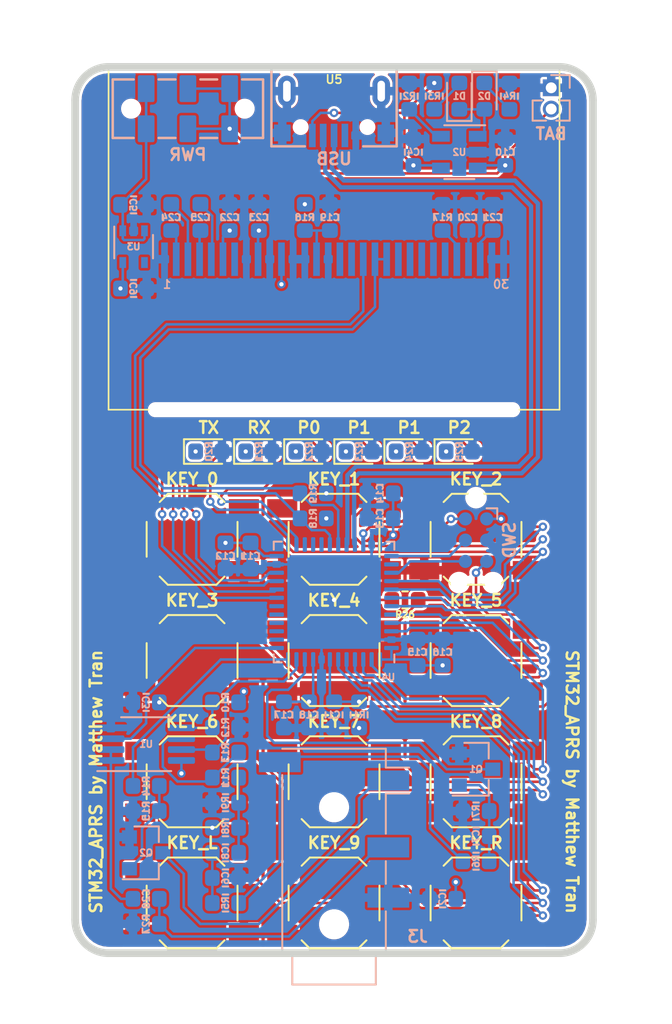
<source format=kicad_pcb>
(kicad_pcb (version 20211014) (generator pcbnew)
  (layers (0 "F.Cu" signal) (31 "B.Cu" signal) (34 "B.Paste" user) (35 "F.Paste" user) (36 "B.SilkS" user "B.Silkscreen") (37 "F.SilkS" user "F.Silkscreen") (38 "B.Mask" user) (39 "F.Mask" user) (44 "Edge.Cuts" user))
  (net 0 "")
  (net 1 "GND")
  (net 2 "/NRST")
  (net 3 "+3V3")
  (net 4 "+5V")
  (net 5 "Net-(C5-Pad2)")
  (net 6 "Net-(C6-Pad1)")
  (net 7 "Net-(C7-Pad1)")
  (net 8 "Net-(C8-Pad1)")
  (net 9 "+3V8")
  (net 10 "Net-(C19-Pad1)")
  (net 11 "Net-(C20-Pad1)")
  (net 12 "Net-(C21-Pad1)")
  (net 13 "Net-(C24-Pad2)")
  (net 14 "Net-(C24-Pad1)")
  (net 15 "Net-(C25-Pad2)")
  (net 16 "Net-(C25-Pad1)")
  (net 17 "Net-(D1-Pad1)")
  (net 18 "Net-(D2-Pad1)")
  (net 19 "/TX_LED")
  (net 20 "Net-(D3-Pad1)")
  (net 21 "/RX_LED")
  (net 22 "Net-(D4-Pad1)")
  (net 23 "/LED_0")
  (net 24 "Net-(D5-Pad1)")
  (net 25 "/LED_1")
  (net 26 "Net-(D6-Pad1)")
  (net 27 "/LED_2")
  (net 28 "Net-(D7-Pad1)")
  (net 29 "/LED_3")
  (net 30 "Net-(D8-Pad1)")
  (net 31 "Net-(J1-Pad4)")
  (net 32 "/AUDIO_OUT")
  (net 33 "/PTT")
  (net 34 "/AUDIO_IN")
  (net 35 "/SWO")
  (net 36 "/SWCLK")
  (net 37 "/SWDIO")
  (net 38 "/RX_DET")
  (net 39 "Net-(Q2-Pad1)")
  (net 40 "Net-(R2-Pad1)")
  (net 41 "Net-(R10-Pad1)")
  (net 42 "Net-(R11-Pad1)")
  (net 43 "/ADC_IN")
  (net 44 "/TX_PTT")
  (net 45 "Net-(R17-Pad1)")
  (net 46 "/SCL")
  (net 47 "/SDA")
  (net 48 "/KEY_0")
  (net 49 "/KEY_3")
  (net 50 "/KEY_6")
  (net 51 "/KEY_L")
  (net 52 "/KEY_1")
  (net 53 "/BOOT0_KEY_4")
  (net 54 "/KEY_7")
  (net 55 "/KEY_9")
  (net 56 "/KEY_2")
  (net 57 "/KEY_5")
  (net 58 "/KEY_8")
  (net 59 "/KEY_R")
  (net 60 "/DAC_OUT")
  (net 61 "Net-(U3-Pad4)")
  (net 62 "Net-(U4-Pad38)")
  (net 63 "Net-(U4-Pad29)")
  (net 64 "Net-(U4-Pad28)")
  (net 65 "Net-(U4-Pad27)")
  (net 66 "Net-(U4-Pad18)")
  (net 67 "Net-(U4-Pad17)")
  (net 68 "Net-(U4-Pad16)")
  (net 69 "Net-(U4-Pad15)")
  (net 70 "Net-(U4-Pad14)")
  (net 71 "Net-(U5-Pad16)")
  (net 72 "Net-(U5-Pad7)")
  (net 73 "Net-(U5-Pad17)")
  (net 74 "Net-(U5-Pad21)")
  (net 75 "Net-(U5-Pad22)")
  (net 76 "Net-(U5-Pad23)")
  (net 77 "Net-(U5-Pad24)")
  (net 78 "Net-(U5-Pad25)")
  (net 79 "/USB_P")
  (net 80 "/USB_N")
  (net 81 "Net-(D1-Pad2)")
  (net 82 "Net-(C26-Pad2)")
  (footprint "LED_SMD:LED_0603_1608Metric" (layer "F.Cu") (at 142.5 101.5)
    (fp_text reference "TX")
    (fp_text value "TX")
  )
  (footprint "LED_SMD:LED_0603_1608Metric" (layer "F.Cu") (at 145.5 101.5)
    (fp_text reference "RX")
    (fp_text value "RX")
  )
  (footprint "LED_SMD:LED_0603_1608Metric" (layer "F.Cu") (at 148.5 101.5)
    (fp_text reference "P0")
    (fp_text value "LED0")
  )
  (footprint "LED_SMD:LED_0603_1608Metric" (layer "F.Cu") (at 151.5 101.5)
    (fp_text reference "P1")
    (fp_text value "LED1")
  )
  (footprint "LED_SMD:LED_0603_1608Metric" (layer "F.Cu") (at 154.5 101.5)
    (fp_text reference "P1")
    (fp_text value "LED2")
  )
  (footprint "LED_SMD:LED_0603_1608Metric" (layer "F.Cu") (at 157.5 101.5)
    (fp_text reference "P2")
    (fp_text value "LED3")
  )
  (footprint "Button_Switch_SMD:SW_SPST_SKQG_WithoutStem" (layer "F.Cu") (at 141.5 106.75)
    (fp_text reference "KEY_0")
    (fp_text value "KEY_0")
  )
  (footprint "Button_Switch_SMD:SW_SPST_SKQG_WithoutStem" (layer "F.Cu") (at 141.5 114)
    (fp_text reference "KEY_3")
    (fp_text value "KEY_3")
  )
  (footprint "Button_Switch_SMD:SW_SPST_SKQG_WithoutStem" (layer "F.Cu") (at 141.5 121.25)
    (fp_text reference "KEY_6")
    (fp_text value "KEY_6")
  )
  (footprint "Button_Switch_SMD:SW_SPST_SKQG_WithoutStem" (layer "F.Cu") (at 141.5 128.5)
    (fp_text reference "KEY_L")
    (fp_text value "KEY_L")
  )
  (footprint "Button_Switch_SMD:SW_SPST_SKQG_WithoutStem" (layer "F.Cu") (at 150 106.75)
    (fp_text reference "KEY_1")
    (fp_text value "KEY_1")
  )
  (footprint "Button_Switch_SMD:SW_SPST_SKQG_WithoutStem" (layer "F.Cu") (at 150 114)
    (fp_text reference "KEY_4")
    (fp_text value "KEY_4")
  )
  (footprint "Button_Switch_SMD:SW_SPST_SKQG_WithoutStem" (layer "F.Cu") (at 150 121.25)
    (fp_text reference "KEY_7")
    (fp_text value "KEY_7")
  )
  (footprint "Button_Switch_SMD:SW_SPST_SKQG_WithoutStem" (layer "F.Cu") (at 150 128.5)
    (fp_text reference "KEY_9")
    (fp_text value "KEY_9")
  )
  (footprint "Button_Switch_SMD:SW_SPST_SKQG_WithoutStem" (layer "F.Cu") (at 158.5 106.75)
    (fp_text reference "KEY_2")
    (fp_text value "KEY_2")
  )
  (footprint "Button_Switch_SMD:SW_SPST_SKQG_WithoutStem" (layer "F.Cu") (at 158.5 114)
    (fp_text reference "KEY_5")
    (fp_text value "KEY_5")
  )
  (footprint "Button_Switch_SMD:SW_SPST_SKQG_WithoutStem" (layer "F.Cu") (at 158.5 121.25)
    (fp_text reference "KEY_8")
    (fp_text value "KEY_8")
  )
  (footprint "Button_Switch_SMD:SW_SPST_SKQG_WithoutStem" (layer "F.Cu") (at 158.5 128.5)
    (fp_text reference "KEY_R")
    (fp_text value "KEY_R")
  )
  (footprint "SSD1306:SSD1306" (layer "F.Cu") (at 150 90)
    (fp_text reference "U5")
    (fp_text value "SSD1306")
  )
  (footprint "Resistor_SMD:R_0603_1608Metric" (layer "F.Cu") (at 154.25 110.375 180)
    (fp_text reference "R26")
    (fp_text value "10k")
  )
  (footprint "Capacitor_SMD:C_0603_1608Metric" (layer "B.Cu") (at 150 117.25 -90)
    (fp_text reference "C1")
    (fp_text value "100n")
  )
  (footprint "Capacitor_SMD:C_0603_1608Metric" (layer "B.Cu") (at 156.5 128.25)
    (fp_text reference "C2")
    (fp_text value "10u")
  )
  (footprint "Capacitor_SMD:C_0603_1608Metric" (layer "B.Cu") (at 154.75 83.6 -90)
    (fp_text reference "C4")
    (fp_text value "10u")
  )
  (footprint "Capacitor_SMD:C_0603_1608Metric" (layer "B.Cu") (at 138 86.75 180)
    (fp_text reference "C5")
    (fp_text value "1u")
  )
  (footprint "Capacitor_SMD:C_0603_1608Metric" (layer "B.Cu") (at 158.5 124.5 180)
    (fp_text reference "C7")
    (fp_text value "10u")
  )
  (footprint "Capacitor_SMD:C_0603_1608Metric" (layer "B.Cu") (at 138 91.75)
    (fp_text reference "C9")
    (fp_text value "1u")
  )
  (footprint "Capacitor_SMD:C_0603_1608Metric" (layer "B.Cu") (at 160.25 83.6 90)
    (fp_text reference "C10")
    (fp_text value "10u")
  )
  (footprint "Capacitor_SMD:C_0603_1608Metric" (layer "B.Cu") (at 145 107.75 -90)
    (fp_text reference "C11")
    (fp_text value "100n")
  )
  (footprint "Capacitor_SMD:C_0603_1608Metric" (layer "B.Cu") (at 143.5 107.75 -90)
    (fp_text reference "C12")
    (fp_text value "1u")
  )
  (footprint "Capacitor_SMD:C_0603_1608Metric" (layer "B.Cu") (at 152.75 105.5 180)
    (fp_text reference "C13")
    (fp_text value "100n")
  )
  (footprint "Capacitor_SMD:C_0603_1608Metric" (layer "B.Cu") (at 152.75 104 180)
    (fp_text reference "C14")
    (fp_text value "1u")
  )
  (footprint "Capacitor_SMD:C_0603_1608Metric" (layer "B.Cu") (at 156.5 113.5 90)
    (fp_text reference "C16")
    (fp_text value "1u")
  )
  (footprint "Capacitor_SMD:C_0603_1608Metric" (layer "B.Cu") (at 147 117.25 -90)
    (fp_text reference "C17")
    (fp_text value "100n")
  )
  (footprint "Capacitor_SMD:C_0603_1608Metric" (layer "B.Cu") (at 148.5 117.25 -90)
    (fp_text reference "C18")
    (fp_text value "1u")
  )
  (footprint "Capacitor_SMD:C_0603_1608Metric" (layer "B.Cu") (at 149.75 87.5 90)
    (fp_text reference "C19")
    (fp_text value "100n")
  )
  (footprint "Capacitor_SMD:C_0603_1608Metric" (layer "B.Cu") (at 143.75 87.5 90)
    (fp_text reference "C22")
    (fp_text value "1u")
  )
  (footprint "Capacitor_SMD:C_0603_1608Metric" (layer "B.Cu") (at 145.5 87.5 90)
    (fp_text reference "C23")
    (fp_text value "1u")
  )
  (footprint "Capacitor_SMD:C_0603_1608Metric" (layer "B.Cu") (at 140.25 87.5 90)
    (fp_text reference "C24")
    (fp_text value "1u")
  )
  (footprint "Capacitor_SMD:C_0603_1608Metric" (layer "B.Cu") (at 142 87.5 90)
    (fp_text reference "C25")
    (fp_text value "1u")
  )
  (footprint "LED_SMD:LED_0603_1608Metric" (layer "B.Cu") (at 157.5 80.25 90)
    (fp_text reference "D1")
    (fp_text value "CHRG")
  )
  (footprint "LED_SMD:LED_0603_1608Metric" (layer "B.Cu") (at 159 80.25 -90)
    (fp_text reference "D2")
    (fp_text value "FULL")
  )
  (footprint "Connector_PinHeader_1.27mm:PinHeader_1x02_P1.27mm_Vertical" (layer "B.Cu") (at 163 79.75 180)
    (fp_text reference "BAT")
    (fp_text value "BAT")
  )
  (footprint "Connector_Audio:Jack_3.5mm_PJ320D_Horizontal" (layer "B.Cu") (at 150 125 90)
    (fp_text reference "J3")
    (fp_text value "Baofeng")
  )
  (footprint "Package_TO_SOT_SMD:SOT-23" (layer "B.Cu") (at 158.5 120.5)
    (fp_text reference "Q1")
    (fp_text value "DMG2302U")
  )
  (footprint "Resistor_SMD:R_0603_1608Metric" (layer "B.Cu") (at 151.5 117.25 90)
    (fp_text reference "R1")
    (fp_text value "10k")
  )
  (footprint "Resistor_SMD:R_0603_1608Metric" (layer "B.Cu") (at 156 80.25 -90)
    (fp_text reference "R3")
    (fp_text value "2.2k")
  )
  (footprint "Resistor_SMD:R_0603_1608Metric" (layer "B.Cu") (at 160.5 80.25 -90)
    (fp_text reference "R4")
    (fp_text value "2.2k")
  )
  (footprint "Resistor_SMD:R_0603_1608Metric" (layer "B.Cu") (at 158.5 126 180)
    (fp_text reference "R6")
    (fp_text value "10k")
  )
  (footprint "Resistor_SMD:R_0603_1608Metric" (layer "B.Cu") (at 158.5 123 180)
    (fp_text reference "R7")
    (fp_text value "22k")
  )
  (footprint "Resistor_SMD:R_0603_1608Metric" (layer "B.Cu") (at 148.25 87.5 -90)
    (fp_text reference "R16")
    (fp_text value "10k")
  )
  (footprint "Resistor_SMD:R_0603_1608Metric" (layer "B.Cu") (at 156.5 87.5 90)
    (fp_text reference "R17")
    (fp_text value "470k")
  )
  (footprint "Resistor_SMD:R_0603_1608Metric" (layer "B.Cu") (at 148.75 105.5 180)
    (fp_text reference "R18")
    (fp_text value "2.2k")
  )
  (footprint "Resistor_SMD:R_0603_1608Metric" (layer "B.Cu") (at 148.75 104 180)
    (fp_text reference "R19")
    (fp_text value "2.2k")
  )
  (footprint "Resistor_SMD:R_0603_1608Metric" (layer "B.Cu") (at 142.5 101.5 180)
    (fp_text reference "R20")
    (fp_text value "1k")
  )
  (footprint "Resistor_SMD:R_0603_1608Metric" (layer "B.Cu") (at 145.5 101.5 180)
    (fp_text reference "R21")
    (fp_text value "1k")
  )
  (footprint "Resistor_SMD:R_0603_1608Metric" (layer "B.Cu") (at 148.5 101.5 180)
    (fp_text reference "R22")
    (fp_text value "1k")
  )
  (footprint "Resistor_SMD:R_0603_1608Metric" (layer "B.Cu") (at 151.5 101.5 180)
    (fp_text reference "R23")
    (fp_text value "1k")
  )
  (footprint "Resistor_SMD:R_0603_1608Metric" (layer "B.Cu") (at 154.5 101.5 180)
    (fp_text reference "R24")
    (fp_text value "1k")
  )
  (footprint "Resistor_SMD:R_0603_1608Metric" (layer "B.Cu") (at 157.5 101.5 180)
    (fp_text reference "R25")
    (fp_text value "1k")
  )
  (footprint "Package_TO_SOT_SMD:SOT-353_SC-70-5" (layer "B.Cu") (at 138 89.25 -90)
    (fp_text reference "U3")
    (fp_text value "MIC5365-3.3YC5")
  )
  (footprint "Package_DFN_QFN:QFN-48-1EP_7x7mm_P0.5mm_EP5.6x5.6mm" (layer "B.Cu") (at 150 110.5 90)
    (fp_text reference "U4")
    (fp_text value "STM32L433CCUx")
  )
  (footprint "LCSC:U254-051N-4BH83-F1B" (layer "B.Cu") (at 150 78.5)
    (fp_text reference "USB")
    (fp_text value "USB_B_Micro")
  )
  (footprint "Package_TO_SOT_SMD:SOT-23-5" (layer "B.Cu") (at 157.5 83.6 180)
    (fp_text reference "U2")
    (fp_text value "MCP73831-2-OT")
  )
  (footprint "Connector:Tag-Connect_TC2030-IDC-NL_2x03_P1.27mm_Vertical" (layer "B.Cu") (at 158.5 106.8 -90)
    (fp_text reference "SWD")
    (fp_text value "SWD")
  )
  (footprint "Capacitor_SMD:C_0603_1608Metric" (layer "B.Cu") (at 158 87.5 90)
    (fp_text reference "C20")
    (fp_text value "1u")
  )
  (footprint "Resistor_SMD:R_0603_1608Metric" (layer "B.Cu") (at 154.5 80.25 90)
    (fp_text reference "R2")
    (fp_text value "2.2k")
  )
  (footprint "Capacitor_SMD:C_0603_1608Metric" (layer "B.Cu") (at 159.5 87.5 90)
    (fp_text reference "C21")
    (fp_text value "1u")
  )
  (footprint "C&K:JS202011JAQN" (layer "B.Cu") (at 141.25 81)
    (fp_text reference "PWR")
    (fp_text value "PWR_SW")
  )
  (footprint "Package_TO_SOT_SMD:SOT-23" (layer "B.Cu") (at 138.75 125.5)
    (fp_text reference "Q2")
    (fp_text value "DMG2302U")
  )
  (footprint "Resistor_SMD:R_0603_1608Metric" (layer "B.Cu") (at 143.5 128.5)
    (fp_text reference "R5")
    (fp_text value "470")
  )
  (footprint "Resistor_SMD:R_0603_1608Metric" (layer "B.Cu") (at 143.5 124)
    (fp_text reference "R8")
    (fp_text value "1k")
  )
  (footprint "Resistor_SMD:R_0603_1608Metric" (layer "B.Cu") (at 143.5 122.5 180)
    (fp_text reference "R9")
    (fp_text value "1k")
  )
  (footprint "Resistor_SMD:R_0603_1608Metric" (layer "B.Cu") (at 143.5 116.5)
    (fp_text reference "R10")
    (fp_text value "10k")
  )
  (footprint "Resistor_SMD:R_0603_1608Metric" (layer "B.Cu") (at 143.5 121)
    (fp_text reference "R11")
    (fp_text value "10k")
  )
  (footprint "Resistor_SMD:R_0603_1608Metric" (layer "B.Cu") (at 143.5 118 180)
    (fp_text reference "R12")
    (fp_text value "10k")
  )
  (footprint "Resistor_SMD:R_0603_1608Metric" (layer "B.Cu") (at 143.5 119.5)
    (fp_text reference "R13")
    (fp_text value "47k")
  )
  (footprint "Resistor_SMD:R_0603_1608Metric" (layer "B.Cu") (at 138.75 121.5 180)
    (fp_text reference "R14")
    (fp_text value "22")
  )
  (footprint "Resistor_SMD:R_0603_1608Metric" (layer "B.Cu") (at 138.75 123 180)
    (fp_text reference "R15")
    (fp_text value "10k")
  )
  (footprint "Package_SO:MSOP-8_3x3mm_P0.65mm" (layer "B.Cu") (at 138.75 119)
    (fp_text reference "U1")
    (fp_text value "MCP6L02x-xMS")
  )
  (footprint "Capacitor_SMD:C_0603_1608Metric" (layer "B.Cu") (at 138.75 116.5)
    (fp_text reference "C3")
    (fp_text value "100n")
  )
  (footprint "Capacitor_SMD:C_0603_1608Metric" (layer "B.Cu") (at 143.5 127)
    (fp_text reference "C6")
    (fp_text value "100n")
  )
  (footprint "Capacitor_SMD:C_0603_1608Metric" (layer "B.Cu") (at 143.5 125.5 180)
    (fp_text reference "C8")
    (fp_text value "1u")
  )
  (footprint "Capacitor_SMD:C_0603_1608Metric" (layer "B.Cu") (at 138.75 128.25 180)
    (fp_text reference "C26")
    (fp_text value "10u")
  )
  (footprint "Resistor_SMD:R_0603_1608Metric" (layer "B.Cu") (at 138.75 129.75 180)
    (fp_text reference "R27")
    (fp_text value "2.2k")
  )
  (footprint "Capacitor_SMD:C_0603_1608Metric" (layer "B.Cu") (at 155 113.5 90)
    (fp_text reference "C15")
    (fp_text value "100n")
  )
  (gr_line (start 163.5 78.5) (end 136.5 78.5) (layer "Edge.Cuts") (width 0.4572))
  (gr_line (start 134.5 129.5) (end 134.5 80.5) (layer "Edge.Cuts") (width 0.4572))
  (gr_line (start 165.5 80.5) (end 165.5 129.5) (layer "Edge.Cuts") (width 0.4572))
  (gr_arc (start 163.5 78.5) (mid 164.914214 79.085786) (end 165.5 80.5) (layer "Edge.Cuts") (width 0.4572))
  (gr_arc (start 165.5 129.5) (mid 164.914214 130.914214) (end 163.5 131.5) (layer "Edge.Cuts") (width 0.4572))
  (gr_arc (start 136.5 131.5) (mid 135.085786 130.914214) (end 134.5 129.5) (layer "Edge.Cuts") (width 0.4572))
  (gr_line (start 136.5 131.5) (end 163.5 131.5) (layer "Edge.Cuts") (width 0.4572))
  (gr_arc (start 134.5 80.5) (mid 135.085786 79.085786) (end 136.5 78.5) (layer "Edge.Cuts") (width 0.4572))
  (gr_text "STM32_APRS by Matthew Tran" (at 135.75 121.25 90) (layer "F.SilkS") (effects (font (size 0.7 0.7))))
  (gr_text "STM32_APRS by Matthew Tran" (at 164.25 121.25 270) (layer "F.SilkS") (effects (font (size 0.7 0.7))))
  (segment (start 153.4625 110.375) (end 150 110.375) (width 0.1524) (layer "F.Cu") (net 1))
  (via (at 150 110.375) (size 0.508) (drill 0.254) (layers "F.Cu" "B.Cu") (net 1))
  (segment (start 149.25 113.9375) (end 149.25 111.25) (width 0.1524) (layer "B.Cu") (net 1))
  (segment (start 146.5625 108.25) (end 147.75 108.25) (width 0.1524) (layer "B.Cu") (net 1))
  (segment (start 152.25 108.25) (end 150 110.5) (width 0.1524) (layer "B.Cu") (net 1))
  (segment (start 149.25 111.25) (end 150 110.5) (width 0.1524) (layer "B.Cu") (net 1))
  (segment (start 153.4375 112.75) (end 152.25 112.75) (width 0.1524) (layer "B.Cu") (net 1))
  (segment (start 147.75 108.25) (end 150 110.5) (width 0.1524) (layer "B.Cu") (net 1))
  (segment (start 152.25 107.0625) (end 152.25 108.25) (width 0.1524) (layer "B.Cu") (net 1))
  (segment (start 152.25 112.75) (end 150 110.5) (width 0.1524) (layer "B.Cu") (net 1))
  (segment (start 159.25 111.25) (end 158.5 110.5) (width 0.1524) (layer "F.Cu") (net 2))
  (segment (start 162.982601 111.671119) (end 162.561482 111.25) (width 0.1524) (layer "F.Cu") (net 2))
  (segment (start 151.7875 116.75) (end 162.561482 116.75) (width 0.1524) (layer "F.Cu") (net 2))
  (segment (start 162.561482 116.75) (end 162.982601 116.328881) (width 0.1524) (layer "F.Cu") (net 2))
  (segment (start 162.982601 116.328881) (end 162.982601 111.671119) (width 0.1524) (layer "F.Cu") (net 2))
  (segment (start 151.5 116.4625) (end 151.7875 116.75) (width 0.1524) (layer "F.Cu") (net 2))
  (segment (start 162.561482 111.25) (end 159.25 111.25) (width 0.1524) (layer "F.Cu") (net 2))
  (segment (start 158.5 110.5) (end 158.5 108.75) (width 0.1524) (layer "F.Cu") (net 2))
  (via (at 151.5 116.4625) (size 0.508) (drill 0.254) (layers "F.Cu" "B.Cu") (net 2))
  (via (at 158.5 108.75) (size 0.508) (drill 0.254) (layers "F.Cu" "B.Cu") (net 2))
  (segment (start 151.5 116.4625) (end 150 116.4625) (width 0.1524) (layer "B.Cu") (net 2))
  (segment (start 149.75 116.2125) (end 150 116.4625) (width 0.1524) (layer "B.Cu") (net 2))
  (segment (start 158.5 108.705) (end 159.135 108.07) (width 0.1524) (layer "B.Cu") (net 2))
  (segment (start 149.75 113.9375) (end 149.75 116.2125) (width 0.1524) (layer "B.Cu") (net 2))
  (segment (start 158.5 108.75) (end 158.5 108.705) (width 0.1524) (layer "B.Cu") (net 2))
  (segment (start 151.5 116.4625) (end 151.5 116.4625) (width 0.1524) (layer "B.Cu") (net 2))
  (via (at 144.6 115.85) (size 0.508) (drill 0.254) (layers "F.Cu" "B.Cu") (net 3))
  (via (at 151.5 118.0375) (size 0.508) (drill 0.254) (layers "F.Cu" "B.Cu") (net 3))
  (via (at 139.5375 116.5) (size 0.508) (drill 0.254) (layers "F.Cu" "B.Cu") (net 3))
  (via (at 149.5375 104) (size 0.508) (drill 0.254) (layers "F.Cu" "B.Cu") (net 3))
  (via (at 160 105.53) (size 0.508) (drill 0.254) (layers "F.Cu" "B.Cu") (net 3))
  (via (at 143.5 106.9625) (size 0.508) (drill 0.254) (layers "F.Cu" "B.Cu") (net 3))
  (via (at 142.7125 124) (size 0.508) (drill 0.254) (layers "F.Cu" "B.Cu") (net 3))
  (via (at 146.85 91.5) (size 0.508) (drill 0.254) (layers "F.Cu" "B.Cu") (net 3))
  (via (at 143.75 88.2875) (size 0.508) (drill 0.254) (layers "F.Cu" "B.Cu") (net 3))
  (via (at 153.5375 106.5) (size 0.508) (drill 0.254) (layers "F.Cu" "B.Cu") (net 3))
  (via (at 149.5375 105.5) (size 0.508) (drill 0.254) (layers "F.Cu" "B.Cu") (net 3))
  (via (at 140.8625 120.75) (size 0.508) (drill 0.254) (layers "F.Cu" "B.Cu") (net 3))
  (via (at 156.5 114.2875) (size 0.508) (drill 0.254) (layers "F.Cu" "B.Cu") (net 3))
  (via (at 145.5 88.2875) (size 0.508) (drill 0.254) (layers "F.Cu" "B.Cu") (net 3))
  (via (at 148.25 86.7125) (size 0.508) (drill 0.254) (layers "F.Cu" "B.Cu") (net 3))
  (via (at 148.5 116.4625) (size 0.508) (drill 0.254) (layers "F.Cu" "B.Cu") (net 3))
  (via (at 157.2875 127.25) (size 0.508) (drill 0.254) (layers "F.Cu" "B.Cu") (net 3))
  (via (at 137.2125 91.75) (size 0.508) (drill 0.254) (layers "F.Cu" "B.Cu") (net 3))
  (segment (start 145.5 88.2875) (end 145.5 88.2875) (width 0.1524) (layer "B.Cu") (net 3))
  (segment (start 143.75 88.2875) (end 143.75 88.2875) (width 0.1524) (layer "B.Cu") (net 3))
  (segment (start 137.23125 91.73125) (end 137.2125 91.75) (width 0.1524) (layer "B.Cu") (net 3))
  (segment (start 143.5 106.9625) (end 143.5 106.9625) (width 0.1524) (layer "B.Cu") (net 3))
  (segment (start 148.5 116.4625) (end 148.5 116.4625) (width 0.1524) (layer "B.Cu") (net 3))
  (segment (start 152.975 107.0625) (end 153.5375 106.5) (width 0.1524) (layer "B.Cu") (net 3))
  (segment (start 144.6 116.1875) (end 144.2875 116.5) (width 0.1524) (layer "B.Cu") (net 3))
  (segment (start 147 116.4625) (end 148.5 116.4625) (width 0.1524) (layer "B.Cu") (net 3))
  (segment (start 137.35 91.6125) (end 137.23125 91.73125) (width 0.1524) (layer "B.Cu") (net 3))
  (segment (start 143.35 90) (end 143.35 88.6875) (width 0.1524) (layer "B.Cu") (net 3))
  (segment (start 144.6 115.85) (end 144.6 116.1875) (width 0.1524) (layer "B.Cu") (net 3))
  (segment (start 156.5 114.2875) (end 155 114.2875) (width 0.1524) (layer "B.Cu") (net 3))
  (segment (start 145.7875 107.75) (end 145 106.9625) (width 0.1524) (layer "B.Cu") (net 3))
  (segment (start 154.65 113.9375) (end 155 114.2875) (width 0.1524) (layer "B.Cu") (net 3))
  (segment (start 145 106.9625) (end 143.5 106.9625) (width 0.1524) (layer "B.Cu") (net 3))
  (segment (start 148.75 116.2125) (end 148.5 116.4625) (width 0.1524) (layer "B.Cu") (net 3))
  (segment (start 153.5375 105.5) (end 153.5375 106.5) (width 0.1524) (layer "B.Cu") (net 3))
  (segment (start 152.75 113.9375) (end 153.4375 113.9375) (width 0.1524) (layer "B.Cu") (net 3))
  (segment (start 146.5625 107.75) (end 145.7875 107.75) (width 0.1524) (layer "B.Cu") (net 3))
  (segment (start 148.75 113.9375) (end 148.75 116.2125) (width 0.1524) (layer "B.Cu") (net 3))
  (segment (start 159.135 105.53) (end 160 105.53) (width 0.1524) (layer "B.Cu") (net 3))
  (segment (start 153.4375 113.9375) (end 154.65 113.9375) (width 0.1524) (layer "B.Cu") (net 3))
  (segment (start 146.85 91.5) (end 146.85 90) (width 0.1524) (layer "B.Cu") (net 3))
  (segment (start 143.35 88.6875) (end 143.75 88.2875) (width 0.1524) (layer "B.Cu") (net 3))
  (segment (start 152.75 107.0625) (end 152.975 107.0625) (width 0.1524) (layer "B.Cu") (net 3))
  (segment (start 140.8625 120.75) (end 140.8625 119.975) (width 0.1524) (layer "B.Cu") (net 3))
  (segment (start 145.45 88.3375) (end 145.5 88.2875) (width 0.1524) (layer "B.Cu") (net 3))
  (segment (start 153.5375 104) (end 153.5375 105.5) (width 0.1524) (layer "B.Cu") (net 3))
  (segment (start 137.35 90.2) (end 137.35 91.6125) (width 0.1524) (layer "B.Cu") (net 3))
  (segment (start 157.2875 128.25) (end 157.2875 127.25) (width 0.1524) (layer "B.Cu") (net 3))
  (segment (start 145.45 90) (end 145.45 88.3375) (width 0.1524) (layer "B.Cu") (net 3))
  (segment (start 153.4375 113.25) (end 153.4375 113.9375) (width 0.1524) (layer "B.Cu") (net 3))
  (segment (start 154.2125 83.85) (end 154.75 84.3875) (width 0.1524) (layer "F.Cu") (net 4))
  (segment (start 154.2125 81.25) (end 154.2125 83.85) (width 0.1524) (layer "F.Cu") (net 4))
  (segment (start 150 81.25) (end 154.2125 81.25) (width 0.1524) (layer "F.Cu") (net 4))
  (segment (start 154.2125 81.25) (end 156 79.4625) (width 0.1524) (layer "F.Cu") (net 4))
  (via (at 150 81.25) (size 0.508) (drill 0.254) (layers "F.Cu" "B.Cu") (net 4))
  (via (at 154.75 84.3875) (size 0.508) (drill 0.254) (layers "F.Cu" "B.Cu") (net 4))
  (via (at 156 79.4625) (size 0.508) (drill 0.254) (layers "F.Cu" "B.Cu") (net 4))
  (segment (start 156.2375 84.3875) (end 156.4 84.55) (width 0.1524) (layer "B.Cu") (net 4))
  (segment (start 149.1976 81.25) (end 150 81.25) (width 0.1524) (layer "B.Cu") (net 4))
  (segment (start 148.7 82.6) (end 148.7 81.7476) (width 0.1524) (layer "B.Cu") (net 4))
  (segment (start 148.7 81.7476) (end 149.1976 81.25) (width 0.1524) (layer "B.Cu") (net 4))
  (segment (start 154.75 84.3875) (end 156.2375 84.3875) (width 0.1524) (layer "B.Cu") (net 4))
  (segment (start 137.35 88.7774) (end 137.426201 88.853601) (width 0.1524) (layer "B.Cu") (net 5))
  (segment (start 138.573799 88.853601) (end 138.65 88.7774) (width 0.1524) (layer "B.Cu") (net 5))
  (segment (start 137.35 86.8875) (end 137.2125 86.75) (width 0.1524) (layer "B.Cu") (net 5))
  (segment (start 138.65 88.7774) (end 138.65 88.3) (width 0.1524) (layer "B.Cu") (net 5))
  (segment (start 137.35 88.3) (end 137.35 88.7774) (width 0.1524) (layer "B.Cu") (net 5))
  (segment (start 138.75 79.8) (end 138.75 82.2) (width 0.1524) (layer "B.Cu") (net 5))
  (segment (start 138.75 82.2) (end 138.75 85.2125) (width 0.1524) (layer "B.Cu") (net 5))
  (segment (start 137.35 88.3) (end 137.35 86.8875) (width 0.1524) (layer "B.Cu") (net 5))
  (segment (start 137.426201 88.853601) (end 138.573799 88.853601) (width 0.1524) (layer "B.Cu") (net 5))
  (segment (start 138.75 85.2125) (end 137.2125 86.75) (width 0.1524) (layer "B.Cu") (net 5))
  (segment (start 142.7125 128.5) (end 142.7125 125.5) (width 0.1524) (layer "B.Cu") (net 6))
  (segment (start 157.5 121.45) (end 158.7 121.45) (width 0.1524) (layer "B.Cu") (net 7))
  (segment (start 158.7 121.45) (end 159.2875 122.0375) (width 0.1524) (layer "B.Cu") (net 7))
  (segment (start 159.2875 122.0375) (end 159.2875 123) (width 0.1524) (layer "B.Cu") (net 7))
  (segment (start 159.2875 126) (end 159.2875 123) (width 0.1524) (layer "B.Cu") (net 7))
  (segment (start 144.2875 125.5) (end 144.2875 121) (width 0.1524) (layer "B.Cu") (net 8))
  (segment (start 143.75 82.2) (end 146.420101 84.870101) (width 0.1524) (layer "F.Cu") (net 9))
  (segment (start 160.25 83.77) (end 163 81.02) (width 0.1524) (layer "F.Cu") (net 9))
  (segment (start 146.420101 84.870101) (end 159.767399 84.870101) (width 0.1524) (layer "F.Cu") (net 9))
  (segment (start 160.25 84.3875) (end 160.25 83.77) (width 0.1524) (layer "F.Cu") (net 9))
  (segment (start 159.767399 84.870101) (end 160.25 84.3875) (width 0.1524) (layer "F.Cu") (net 9))
  (via (at 143.75 82.2) (size 0.508) (drill 0.254) (layers "F.Cu" "B.Cu") (net 9))
  (via (at 160.25 84.3875) (size 0.508) (drill 0.254) (layers "F.Cu" "B.Cu") (net 9))
  (segment (start 143.75 82.2) (end 143.75 82.2) (width 0.1524) (layer "B.Cu") (net 9))
  (segment (start 158.7625 84.3875) (end 158.6 84.55) (width 0.1524) (layer "B.Cu") (net 9))
  (segment (start 141.25 79.8) (end 143.75 79.8) (width 0.1524) (layer "B.Cu") (net 9))
  (segment (start 141.25 82.2) (end 143.75 82.2) (width 0.1524) (layer "B.Cu") (net 9))
  (segment (start 160.25 84.3875) (end 158.7625 84.3875) (width 0.1524) (layer "B.Cu") (net 9))
  (segment (start 143.75 79.8) (end 143.75 82.2) (width 0.1524) (layer "B.Cu") (net 9))
  (segment (start 148.9625 88.2875) (end 148.25 88.2875) (width 0.1524) (layer "B.Cu") (net 10))
  (segment (start 148.9625 89.9875) (end 148.95 90) (width 0.1524) (layer "B.Cu") (net 10))
  (segment (start 149.75 88.2875) (end 148.9625 88.2875) (width 0.1524) (layer "B.Cu") (net 10))
  (segment (start 148.9625 88.2875) (end 148.9625 89.9875) (width 0.1524) (layer "B.Cu") (net 10))
  (segment (start 158.05 90) (end 158.05 88.3375) (width 0.1524) (layer "B.Cu") (net 11))
  (segment (start 158.05 88.3375) (end 158 88.2875) (width 0.1524) (layer "B.Cu") (net 11))
  (segment (start 159.4625 88.2875) (end 159.5 88.2875) (width 0.1524) (layer "B.Cu") (net 12))
  (segment (start 158.75 90) (end 158.75 89) (width 0.1524) (layer "B.Cu") (net 12))
  (segment (start 158.75 89) (end 159.4625 88.2875) (width 0.1524) (layer "B.Cu") (net 12))
  (segment (start 141.25 87.7125) (end 140.25 86.7125) (width 0.1524) (layer "B.Cu") (net 13))
  (segment (start 141.25 90) (end 141.25 87.7125) (width 0.1524) (layer "B.Cu") (net 13))
  (segment (start 140.55 90) (end 140.55 88.5875) (width 0.1524) (layer "B.Cu") (net 14))
  (segment (start 140.55 88.5875) (end 140.25 88.2875) (width 0.1524) (layer "B.Cu") (net 14))
  (segment (start 142.70361 89.94639) (end 142.70361 87.41611) (width 0.1524) (layer "B.Cu") (net 15))
  (segment (start 142.65 90) (end 142.70361 89.94639) (width 0.1524) (layer "B.Cu") (net 15))
  (segment (start 142.70361 87.41611) (end 142 86.7125) (width 0.1524) (layer "B.Cu") (net 15))
  (segment (start 141.95 90) (end 141.95 88.3375) (width 0.1524) (layer "B.Cu") (net 16))
  (segment (start 141.95 88.3375) (end 142 88.2875) (width 0.1524) (layer "B.Cu") (net 16))
  (segment (start 159 81.0375) (end 159 82.5) (width 0.1524) (layer "B.Cu") (net 17))
  (segment (start 159 82.5) (end 158.75 82.5) (width 0.1524) (layer "B.Cu") (net 17))
  (segment (start 157.5 81.0375) (end 159 81.0375) (width 0.1524) (layer "B.Cu") (net 17))
  (segment (start 158.75 82.5) (end 158.6 82.65) (width 0.1524) (layer "B.Cu") (net 17))
  (segment (start 159 79.4625) (end 159 79.5375) (width 0.1524) (layer "B.Cu") (net 18))
  (segment (start 159 79.5375) (end 160.5 81.0375) (width 0.1524) (layer "B.Cu") (net 18))
  (segment (start 142.589597 102.197903) (end 143.2875 101.5) (width 0.1524) (layer "F.Cu") (net 19))
  (segment (start 142.589597 104.5) (end 142.589597 102.197903) (width 0.1524) (layer "F.Cu") (net 19))
  (via (at 142.589597 104.5) (size 0.508) (drill 0.254) (layers "F.Cu" "B.Cu") (net 19))
  (segment (start 143.018351 104.982601) (end 142.589597 104.553847) (width 0.1524) (layer "B.Cu") (net 19))
  (segment (start 145.676535 104.982601) (end 143.018351 104.982601) (width 0.1524) (layer "B.Cu") (net 19))
  (segment (start 147.25 107.0625) (end 147.25 106.556066) (width 0.1524) (layer "B.Cu") (net 19))
  (segment (start 147.25 106.556066) (end 145.676535 104.982601) (width 0.1524) (layer "B.Cu") (net 19))
  (segment (start 142.589597 104.553847) (end 142.589597 104.5) (width 0.1524) (layer "B.Cu") (net 19))
  (via (at 141.7125 101.5) (size 0.508) (drill 0.254) (layers "F.Cu" "B.Cu") (net 20))
  (segment (start 143.25 104.5) (end 143.25 104.14079) (width 0.1524) (layer "F.Cu") (net 21))
  (segment (start 143.25 104.14079) (end 143.64079 103.75) (width 0.1524) (layer "F.Cu") (net 21))
  (segment (start 146.2875 103.2125) (end 146.2875 101.5) (width 0.1524) (layer "F.Cu") (net 21))
  (segment (start 145.75 103.75) (end 146.2875 103.2125) (width 0.1524) (layer "F.Cu") (net 21))
  (segment (start 143.64079 103.75) (end 145.75 103.75) (width 0.1524) (layer "F.Cu") (net 21))
  (via (at 143.25 104.5) (size 0.508) (drill 0.254) (layers "F.Cu" "B.Cu") (net 21))
  (segment (start 145.625 104.5) (end 143.25 104.5) (width 0.1524) (layer "B.Cu") (net 21))
  (segment (start 147.75 107.0625) (end 147.75 106.625) (width 0.1524) (layer "B.Cu") (net 21))
  (segment (start 147.75 106.625) (end 145.625 104.5) (width 0.1524) (layer "B.Cu") (net 21))
  (via (at 144.7125 101.5) (size 0.508) (drill 0.254) (layers "F.Cu" "B.Cu") (net 22))
  (segment (start 148.58389 100.79639) (end 141.308446 100.79639) (width 0.1524) (layer "F.Cu") (net 23))
  (segment (start 141.04639 101.058446) (end 141.04639 104.54639) (width 0.1524) (layer "F.Cu") (net 23))
  (segment (start 141.308446 100.79639) (end 141.04639 101.058446) (width 0.1524) (layer "F.Cu") (net 23))
  (segment (start 141.04639 104.54639) (end 141.75 105.25) (width 0.1524) (layer "F.Cu") (net 23))
  (segment (start 149.2875 101.5) (end 148.58389 100.79639) (width 0.1524) (layer "F.Cu") (net 23))
  (via (at 141.75 105.25) (size 0.508) (drill 0.254) (layers "F.Cu" "B.Cu") (net 23))
  (segment (start 141.75 107.895164) (end 141.75 105.25) (width 0.1524) (layer "B.Cu") (net 23))
  (segment (start 145.67139 109.20361) (end 143.058446 109.20361) (width 0.1524) (layer "B.Cu") (net 23))
  (segment (start 143.058446 109.20361) (end 141.75 107.895164) (width 0.1524) (layer "B.Cu") (net 23))
  (segment (start 146.5625 108.75) (end 146.125 108.75) (width 0.1524) (layer "B.Cu") (net 23))
  (segment (start 146.125 108.75) (end 145.67139 109.20361) (width 0.1524) (layer "B.Cu") (net 23))
  (via (at 147.7125 101.5) (size 0.508) (drill 0.254) (layers "F.Cu" "B.Cu") (net 24))
  (segment (start 141.027324 104.95839) (end 141.027324 105.25) (width 0.1524) (layer "F.Cu") (net 25))
  (segment (start 152.2875 101.5) (end 151.27908 100.49158) (width 0.1524) (layer "F.Cu") (net 25))
  (segment (start 140.741579 100.93219) (end 140.741579 104.672646) (width 0.1524) (layer "F.Cu") (net 25))
  (segment (start 151.27908 100.49158) (end 141.18219 100.491579) (width 0.1524) (layer "F.Cu") (net 25))
  (segment (start 141.18219 100.491579) (end 140.741579 100.93219) (width 0.1524) (layer "F.Cu") (net 25))
  (segment (start 140.741579 104.672646) (end 141.027324 104.95839) (width 0.1524) (layer "F.Cu") (net 25))
  (via (at 141.027324 105.25) (size 0.508) (drill 0.254) (layers "F.Cu" "B.Cu") (net 25))
  (segment (start 142.932189 109.508419) (end 141.027324 107.603554) (width 0.1524) (layer "B.Cu") (net 25))
  (segment (start 146.5625 109.25) (end 146.056066 109.25) (width 0.1524) (layer "B.Cu") (net 25))
  (segment (start 145.797646 109.50842) (end 142.932189 109.508419) (width 0.1524) (layer "B.Cu") (net 25))
  (segment (start 141.027324 107.603554) (end 141.027324 105.25) (width 0.1524) (layer "B.Cu") (net 25))
  (segment (start 146.056066 109.25) (end 145.797646 109.50842) (width 0.1524) (layer "B.Cu") (net 25))
  (via (at 150.7125 101.5) (size 0.508) (drill 0.254) (layers "F.Cu" "B.Cu") (net 26))
  (segment (start 153.97427 100.18677) (end 141.055934 100.186769) (width 0.1524) (layer "F.Cu") (net 27))
  (segment (start 141.055934 100.186769) (end 140.366786 100.875917) (width 0.1524) (layer "F.Cu") (net 27))
  (segment (start 140.366786 100.875917) (end 140.366786 105.257017) (width 0.1524) (layer "F.Cu") (net 27))
  (segment (start 155.2875 101.5) (end 153.97427 100.18677) (width 0.1524) (layer "F.Cu") (net 27))
  (via (at 140.366786 105.257017) (size 0.508) (drill 0.254) (layers "F.Cu" "B.Cu") (net 27))
  (segment (start 146.5625 109.75) (end 146.4375 109.875) (width 0.1524) (layer "B.Cu") (net 27))
  (segment (start 140.366786 107.374082) (end 140.366786 105.257017) (width 0.1524) (layer "B.Cu") (net 27))
  (segment (start 146.4375 109.875) (end 142.867704 109.875) (width 0.1524) (layer "B.Cu") (net 27))
  (segment (start 142.867704 109.875) (end 140.366786 107.374082) (width 0.1524) (layer "B.Cu") (net 27))
  (via (at 153.7125 101.5) (size 0.508) (drill 0.254) (layers "F.Cu" "B.Cu") (net 28))
  (segment (start 139.706412 101.105226) (end 139.706412 105.249904) (width 0.1524) (layer "F.Cu") (net 29))
  (segment (start 158.2875 101.5) (end 156.66946 99.88196) (width 0.1524) (layer "F.Cu") (net 29))
  (segment (start 140.929678 99.88196) (end 139.706412 101.105226) (width 0.1524) (layer "F.Cu") (net 29))
  (segment (start 156.66946 99.88196) (end 140.929678 99.88196) (width 0.1524) (layer "F.Cu") (net 29))
  (via (at 139.706412 105.249904) (size 0.508) (drill 0.254) (layers "F.Cu" "B.Cu") (net 29))
  (segment (start 142.811638 110.25) (end 139.706412 107.144774) (width 0.1524) (layer "B.Cu") (net 29))
  (segment (start 146.5625 110.25) (end 142.811638 110.25) (width 0.1524) (layer "B.Cu") (net 29))
  (segment (start 139.706412 107.144774) (end 139.706412 105.249904) (width 0.1524) (layer "B.Cu") (net 29))
  (via (at 156.7125 101.5) (size 0.508) (drill 0.254) (layers "F.Cu" "B.Cu") (net 30))
  (segment (start 147.288335 130.5) (end 152.613335 125.175) (width 0.1524) (layer "B.Cu") (net 32))
  (segment (start 140.2875 130.5) (end 147.288335 130.5) (width 0.1524) (layer "B.Cu") (net 32))
  (segment (start 139.5375 128.25) (end 139.5375 129.75) (width 0.1524) (layer "B.Cu") (net 32))
  (segment (start 152.613335 125.175) (end 153.25 125.175) (width 0.1524) (layer "B.Cu") (net 32))
  (segment (start 139.5375 129.75) (end 140.2875 130.5) (width 0.1524) (layer "B.Cu") (net 32))
  (segment (start 151.5 122.25) (end 151.5 123.75) (width 0.1524) (layer "B.Cu") (net 33))
  (segment (start 153.25 121.175) (end 152.575 121.175) (width 0.1524) (layer "B.Cu") (net 33))
  (segment (start 141 128.75) (end 141 126.75) (width 0.1524) (layer "B.Cu") (net 33))
  (segment (start 141 126.75) (end 139.75 125.5) (width 0.1524) (layer "B.Cu") (net 33))
  (segment (start 145.5 129.75) (end 142 129.75) (width 0.1524) (layer "B.Cu") (net 33))
  (segment (start 151.5 123.75) (end 145.5 129.75) (width 0.1524) (layer "B.Cu") (net 33))
  (segment (start 152.575 121.175) (end 151.5 122.25) (width 0.1524) (layer "B.Cu") (net 33))
  (segment (start 142 129.75) (end 141 128.75) (width 0.1524) (layer "B.Cu") (net 33))
  (segment (start 146.75 126.0375) (end 144.2875 128.5) (width 0.1524) (layer "B.Cu") (net 34))
  (segment (start 155.75 120.5) (end 155 119.75) (width 0.1524) (layer "B.Cu") (net 34))
  (segment (start 147.075 119.75) (end 146.75 120.075) (width 0.1524) (layer "B.Cu") (net 34))
  (segment (start 155.75 124.0375) (end 155.75 120.5) (width 0.1524) (layer "B.Cu") (net 34))
  (segment (start 157.7125 126) (end 155.75 124.0375) (width 0.1524) (layer "B.Cu") (net 34))
  (segment (start 155 119.75) (end 147.075 119.75) (width 0.1524) (layer "B.Cu") (net 34))
  (segment (start 146.75 120.075) (end 146.75 126.0375) (width 0.1524) (layer "B.Cu") (net 34))
  (segment (start 154.555 108.07) (end 157.865 108.07) (width 0.1524) (layer "B.Cu") (net 35))
  (segment (start 153.875 108.75) (end 154.555 108.07) (width 0.1524) (layer "B.Cu") (net 35))
  (segment (start 153.4375 108.75) (end 153.875 108.75) (width 0.1524) (layer "B.Cu") (net 35))
  (segment (start 156.915 107.75) (end 157.865 106.8) (width 0.1524) (layer "B.Cu") (net 36))
  (segment (start 153.4375 107.75) (end 156.915 107.75) (width 0.1524) (layer "B.Cu") (net 36))
  (segment (start 156.53 106) (end 157 105.53) (width 0.1524) (layer "F.Cu") (net 37))
  (segment (start 151.75 106.4) (end 152.15 106) (width 0.1524) (layer "F.Cu") (net 37))
  (segment (start 152.15 106) (end 156.53 106) (width 0.1524) (layer "F.Cu") (net 37))
  (via (at 151.75 106.4) (size 0.508) (drill 0.254) (layers "F.Cu" "B.Cu") (net 37))
  (via (at 157 105.53) (size 0.508) (drill 0.254) (layers "F.Cu" "B.Cu") (net 37))
  (segment (start 157 105.53) (end 157.865 105.53) (width 0.1524) (layer "B.Cu") (net 37))
  (segment (start 151.75 107.0625) (end 151.75 106.4) (width 0.1524) (layer "B.Cu") (net 37))
  (segment (start 146 118.5) (end 146 116) (width 0.1524) (layer "B.Cu") (net 38))
  (segment (start 156.75 120.5) (end 155.171399 118.921399) (width 0.1524) (layer "B.Cu") (net 38))
  (segment (start 147.25 115.75) (end 148.25 114.75) (width 0.1524) (layer "B.Cu") (net 38))
  (segment (start 146.25 115.75) (end 147.25 115.75) (width 0.1524) (layer "B.Cu") (net 38))
  (segment (start 146 116) (end 146.25 115.75) (width 0.1524) (layer "B.Cu") (net 38))
  (segment (start 146.421399 118.921399) (end 146 118.5) (width 0.1524) (layer "B.Cu") (net 38))
  (segment (start 155.171399 118.921399) (end 146.421399 118.921399) (width 0.1524) (layer "B.Cu") (net 38))
  (segment (start 159.5 120.5) (end 156.75 120.5) (width 0.1524) (layer "B.Cu") (net 38))
  (segment (start 148.25 114.75) (end 148.25 113.9375) (width 0.1524) (layer "B.Cu") (net 38))
  (segment (start 138.5 125.7) (end 137.75 126.45) (width 0.1524) (layer "B.Cu") (net 39))
  (segment (start 139.5375 123) (end 138.5 124.0375) (width 0.1524) (layer "B.Cu") (net 39))
  (segment (start 139.5375 123) (end 139.5375 121.5) (width 0.1524) (layer "B.Cu") (net 39))
  (segment (start 138.5 124.0375) (end 138.5 125.7) (width 0.1524) (layer "B.Cu") (net 39))
  (segment (start 156.4 82.65) (end 156.1125 82.65) (width 0.1524) (layer "B.Cu") (net 40))
  (segment (start 156.1125 82.65) (end 154.5 81.0375) (width 0.1524) (layer "B.Cu") (net 40))
  (segment (start 142.7125 116.5) (end 142.7125 118) (width 0.1524) (layer "B.Cu") (net 41))
  (segment (start 142.6875 118.025) (end 142.7125 118) (width 0.1524) (layer "B.Cu") (net 41))
  (segment (start 140.8625 118.025) (end 142.6875 118.025) (width 0.1524) (layer "B.Cu") (net 41))
  (segment (start 144.25 119.5) (end 144.2875 119.5) (width 0.1524) (layer "B.Cu") (net 42))
  (segment (start 139.75 120.35175) (end 139.75 118.975) (width 0.1524) (layer "B.Cu") (net 42))
  (segment (start 142.479899 121.232601) (end 140.630851 121.232601) (width 0.1524) (layer "B.Cu") (net 42))
  (segment (start 140.630851 121.232601) (end 139.75 120.35175) (width 0.1524) (layer "B.Cu") (net 42))
  (segment (start 142.7125 121) (end 142.75 121) (width 0.1524) (layer "B.Cu") (net 42))
  (segment (start 142.75 121) (end 144.25 119.5) (width 0.1524) (layer "B.Cu") (net 42))
  (segment (start 142.7125 121) (end 142.479899 121.232601) (width 0.1524) (layer "B.Cu") (net 42))
  (segment (start 139.75 118.975) (end 140.05 118.675) (width 0.1524) (layer "B.Cu") (net 42))
  (segment (start 140.05 118.675) (end 140.8625 118.675) (width 0.1524) (layer "B.Cu") (net 42))
  (segment (start 147 115.25) (end 147.75 114.5) (width 0.1524) (layer "B.Cu") (net 43))
  (segment (start 144.214918 115.25) (end 147 115.25) (width 0.1524) (layer "B.Cu") (net 43))
  (segment (start 142.5375 119.325) (end 142.7125 119.5) (width 0.1524) (layer "B.Cu") (net 43))
  (segment (start 147.75 114.5) (end 147.75 113.9375) (width 0.1524) (layer "B.Cu") (net 43))
  (segment (start 142.7125 119.5) (end 143.5 118.7125) (width 0.1524) (layer "B.Cu") (net 43))
  (segment (start 140.8625 119.325) (end 142.5375 119.325) (width 0.1524) (layer "B.Cu") (net 43))
  (segment (start 143.5 118.7125) (end 143.5 115.964918) (width 0.1524) (layer "B.Cu") (net 43))
  (segment (start 143.5 115.964918) (end 144.214918 115.25) (width 0.1524) (layer "B.Cu") (net 43))
  (segment (start 137.9625 119.190069) (end 137.9625 121.5) (width 0.1524) (layer "B.Cu") (net 44))
  (segment (start 147.25 113.9375) (end 143.215069 113.9375) (width 0.1524) (layer "B.Cu") (net 44))
  (segment (start 143.215069 113.9375) (end 137.9625 119.190069) (width 0.1524) (layer "B.Cu") (net 44))
  (segment (start 157.35 90) (end 157.35 89.1375) (width 0.1524) (layer "B.Cu") (net 45))
  (segment (start 157.35 89.1375) (end 156.5 88.2875) (width 0.1524) (layer "B.Cu") (net 45))
  (segment (start 151.75 93.118934) (end 151.75 90) (width 0.1524) (layer "B.Cu") (net 46))
  (segment (start 150.973744 93.89519) (end 151.75 93.118934) (width 0.1524) (layer "B.Cu") (net 46))
  (segment (start 149.45361 106.20361) (end 148.66611 106.20361) (width 0.1524) (layer "B.Cu") (net 46))
  (segment (start 138.09519 102.426256) (end 138.095191 95.773743) (width 0.1524) (layer "B.Cu") (net 46))
  (segment (start 149.75 106.5) (end 149.45361 106.20361) (width 0.1524) (layer "B.Cu") (net 46))
  (segment (start 149.75 107.0625) (end 149.75 106.5) (width 0.1524) (layer "B.Cu") (net 46))
  (segment (start 139.668934 104) (end 138.09519 102.426256) (width 0.1524) (layer "B.Cu") (net 46))
  (segment (start 139.973744 93.89519) (end 150.973744 93.89519) (width 0.1524) (layer "B.Cu") (net 46))
  (segment (start 148 105.5) (end 146.5 104) (width 0.1524) (layer "B.Cu") (net 46))
  (segment (start 148.66611 106.20361) (end 147.9625 105.5) (width 0.1524) (layer "B.Cu") (net 46))
  (segment (start 138.095191 95.773743) (end 139.973744 93.89519) (width 0.1524) (layer "B.Cu") (net 46))
  (segment (start 146.5 104) (end 139.668934 104) (width 0.1524) (layer "B.Cu") (net 46))
  (segment (start 147.65769 103.69519) (end 147.9625 104) (width 0.1524) (layer "B.Cu") (net 47))
  (segment (start 138.400001 95.899999) (end 138.400001 102.3) (width 0.1524) (layer "B.Cu") (net 47))
  (segment (start 153.15 90) (end 152.45 90) (width 0.1524) (layer "B.Cu") (net 47))
  (segment (start 150.25 107.0625) (end 150.25 105.012056) (width 0.1524) (layer "B.Cu") (net 47))
  (segment (start 149.941554 104.70361) (end 148.66611 104.70361) (width 0.1524) (layer "B.Cu") (net 47))
  (segment (start 139.79519 103.69519) (end 147.65769 103.69519) (width 0.1524) (layer "B.Cu") (net 47))
  (segment (start 151.1 94.200001) (end 140.099999 94.200001) (width 0.1524) (layer "B.Cu") (net 47))
  (segment (start 138.400001 102.3) (end 139.79519 103.69519) (width 0.1524) (layer "B.Cu") (net 47))
  (segment (start 150.25 105.012056) (end 149.941554 104.70361) (width 0.1524) (layer "B.Cu") (net 47))
  (segment (start 152.45 90) (end 152.45 92.85) (width 0.1524) (layer "B.Cu") (net 47))
  (segment (start 152.45 92.85) (end 151.1 94.200001) (width 0.1524) (layer "B.Cu") (net 47))
  (segment (start 148.66611 104.70361) (end 147.9625 104) (width 0.1524) (layer "B.Cu") (net 47))
  (segment (start 140.099999 94.200001) (end 138.400001 95.899999) (width 0.1524) (layer "B.Cu") (net 47))
  (segment (start 144.95 104.9) (end 144.6 104.9) (width 0.1524) (layer "F.Cu") (net 48))
  (segment (start 162.5 107.5) (end 147.55 107.5) (width 0.1524) (layer "F.Cu") (net 48))
  (segment (start 147.55 107.5) (end 144.95 104.9) (width 0.1524) (layer "F.Cu") (net 48))
  (via (at 162.5 107.5) (size 0.508) (drill 0.254) (layers "F.Cu" "B.Cu") (net 48))
  (segment (start 160.115987 110.673519) (end 160.849521 109.939985) (width 0.1524) (layer "B.Cu") (net 48))
  (segment (start 160.849521 109.150479) (end 162.5 107.5) (width 0.1524) (layer "B.Cu") (net 48))
  (segment (start 156.81139 110.67352) (end 160.115987 110.673519) (width 0.1524) (layer "B.Cu") (net 48))
  (segment (start 153.4375 110.25) (end 156.387868 110.25) (width 0.1524) (layer "B.Cu") (net 48))
  (segment (start 160.849521 109.939985) (end 160.849521 109.150479) (width 0.1524) (layer "B.Cu") (net 48))
  (segment (start 156.387868 110.25) (end 156.81139 110.67352) (width 0.1524) (layer "B.Cu") (net 48))
  (segment (start 147.825 115) (end 144.975 112.15) (width 0.1524) (layer "F.Cu") (net 49))
  (segment (start 144.975 112.15) (end 144.6 112.15) (width 0.1524) (layer "F.Cu") (net 49))
  (segment (start 162.25 115) (end 147.825 115) (width 0.1524) (layer "F.Cu") (net 49))
  (segment (start 162.5 114.75) (end 162.25 115) (width 0.1524) (layer "F.Cu") (net 49))
  (via (at 162.5 114.75) (size 0.508) (drill 0.254) (layers "F.Cu" "B.Cu") (net 49))
  (segment (start 153.4375 111.75) (end 153.55 111.75) (width 0.1524) (layer "B.Cu") (net 49))
  (segment (start 159.49158 111.74158) (end 162.5 114.75) (width 0.1524) (layer "B.Cu") (net 49))
  (segment (start 153.55842 111.74158) (end 159.49158 111.74158) (width 0.1524) (layer "B.Cu") (net 49))
  (segment (start 153.55 111.75) (end 153.55842 111.74158) (width 0.1524) (layer "B.Cu") (net 49))
  (segment (start 147.296001 121.746001) (end 144.95 119.4) (width 0.1524) (layer "F.Cu") (net 50))
  (segment (start 162.5 122) (end 162.246001 121.746001) (width 0.1524) (layer "F.Cu") (net 50))
  (segment (start 144.95 119.4) (end 144.6 119.4) (width 0.1524) (layer "F.Cu") (net 50))
  (segment (start 162.246001 121.746001) (end 147.296001 121.746001) (width 0.1524) (layer "F.Cu") (net 50))
  (via (at 162.5 122) (size 0.508) (drill 0.254) (layers "F.Cu" "B.Cu") (net 50))
  (segment (start 151.75 114.700774) (end 151.931186 114.88196) (width 0.1524) (layer "B.Cu") (net 50))
  (segment (start 161.664433 121.164433) (end 162.5 122) (width 0.1524) (layer "B.Cu") (net 50))
  (segment (start 161.664433 119.371232) (end 161.664433 121.164433) (width 0.1524) (layer "B.Cu") (net 50))
  (segment (start 152.381963 114.881961) (end 154.085567 116.585567) (width 0.1524) (layer "B.Cu") (net 50))
  (segment (start 151.75 113.9375) (end 151.75 114.700774) (width 0.1524) (layer "B.Cu") (net 50))
  (segment (start 151.931186 114.88196) (end 152.381963 114.881961) (width 0.1524) (layer "B.Cu") (net 50))
  (segment (start 158.878768 116.585567) (end 161.664433 119.371232) (width 0.1524) (layer "B.Cu") (net 50))
  (segment (start 154.085567 116.585567) (end 158.878768 116.585567) (width 0.1524) (layer "B.Cu") (net 50))
  (segment (start 146.8 128.5) (end 144.95 126.65) (width 0.1524) (layer "F.Cu") (net 51))
  (segment (start 162.5 129.25) (end 150.92333 129.25) (width 0.1524) (layer "F.Cu") (net 51))
  (segment (start 150.92333 129.25) (end 150.17333 128.5) (width 0.1524) (layer "F.Cu") (net 51))
  (segment (start 150.17333 128.5) (end 146.8 128.5) (width 0.1524) (layer "F.Cu") (net 51))
  (segment (start 144.95 126.65) (end 144.6 126.65) (width 0.1524) (layer "F.Cu") (net 51))
  (via (at 162.5 129.25) (size 0.508) (drill 0.254) (layers "F.Cu" "B.Cu") (net 51))
  (segment (start 158.5 117.5) (end 160.75 119.75) (width 0.1524) (layer "B.Cu") (net 51))
  (segment (start 160.75 127.5) (end 162.5 129.25) (width 0.1524) (layer "B.Cu") (net 51))
  (segment (start 152.003194 115.796393) (end 153.706801 117.5) (width 0.1524) (layer "B.Cu") (net 51))
  (segment (start 151.552421 115.796393) (end 152.003194 115.796393) (width 0.1524) (layer "B.Cu") (net 51))
  (segment (start 150.25 114.493972) (end 151.552421 115.796393) (width 0.1524) (layer "B.Cu") (net 51))
  (segment (start 150.25 113.9375) (end 150.25 114.493972) (width 0.1524) (layer "B.Cu") (net 51))
  (segment (start 160.75 119.75) (end 160.75 127.5) (width 0.1524) (layer "B.Cu") (net 51))
  (segment (start 153.706801 117.5) (end 158.5 117.5) (width 0.1524) (layer "B.Cu") (net 51))
  (segment (start 151.75 104.9) (end 153.1 104.9) (width 0.1524) (layer "F.Cu") (net 52))
  (segment (start 151.267399 106.631649) (end 151.267399 105.382601) (width 0.1524) (layer "F.Cu") (net 52))
  (segment (start 151.78575 107.15) (end 151.267399 106.631649) (width 0.1524) (layer "F.Cu") (net 52))
  (segment (start 162.5 106.75) (end 162.1 107.15) (width 0.1524) (layer "F.Cu") (net 52))
  (segment (start 162.1 107.15) (end 151.78575 107.15) (width 0.1524) (layer "F.Cu") (net 52))
  (segment (start 151.267399 105.382601) (end 151.75 104.9) (width 0.1524) (layer "F.Cu") (net 52))
  (via (at 162.5 106.75) (size 0.508) (drill 0.254) (layers "F.Cu" "B.Cu") (net 52))
  (segment (start 159.98973 110.36871) (end 160.544711 109.813729) (width 0.1524) (layer "B.Cu") (net 52))
  (segment (start 160.544711 108.705289) (end 162.5 106.75) (width 0.1524) (layer "B.Cu") (net 52))
  (segment (start 156.937645 110.368711) (end 159.98973 110.36871) (width 0.1524) (layer "B.Cu") (net 52))
  (segment (start 160.544711 109.813729) (end 160.544711 108.705289) (width 0.1524) (layer "B.Cu") (net 52))
  (segment (start 156.318934 109.75) (end 156.937645 110.368711) (width 0.1524) (layer "B.Cu") (net 52))
  (segment (start 153.4375 109.75) (end 156.318934 109.75) (width 0.1524) (layer "B.Cu") (net 52))
  (segment (start 162.5 114) (end 160.25 114) (width 0.1524) (layer "F.Cu") (net 53))
  (segment (start 155.0375 110.5125) (end 155.0375 110.375) (width 0.1524) (layer "F.Cu") (net 53))
  (segment (start 153.4 112.15) (end 155.0375 110.5125) (width 0.1524) (layer "F.Cu") (net 53))
  (segment (start 160.25 114) (end 156.625 110.375) (width 0.1524) (layer "F.Cu") (net 53))
  (segment (start 153.1 112.15) (end 153.4 112.15) (width 0.1524) (layer "F.Cu") (net 53))
  (segment (start 156.625 110.375) (end 155.0375 110.375) (width 0.1524) (layer "F.Cu") (net 53))
  (via (at 162.5 114) (size 0.508) (drill 0.254) (layers "F.Cu" "B.Cu") (net 53))
  (segment (start 153.4375 111.25) (end 156.31323 111.25) (width 0.1524) (layer "B.Cu") (net 53))
  (segment (start 156.5 111.43677) (end 159.93677 111.43677) (width 0.1524) (layer "B.Cu") (net 53))
  (segment (start 156.31323 111.25) (end 156.5 111.43677) (width 0.1524) (layer "B.Cu") (net 53))
  (segment (start 159.93677 111.43677) (end 162.5 114) (width 0.1524) (layer "B.Cu") (net 53))
  (segment (start 153.45 119.4) (end 153.1 119.4) (width 0.1524) (layer "F.Cu") (net 54))
  (segment (start 162.5 121.25) (end 155.3 121.25) (width 0.1524) (layer "F.Cu") (net 54))
  (segment (start 155.3 121.25) (end 153.45 119.4) (width 0.1524) (layer "F.Cu") (net 54))
  (via (at 162.5 121.25) (size 0.508) (drill 0.254) (layers "F.Cu" "B.Cu") (net 54))
  (segment (start 159.005024 116.280756) (end 161.969244 119.244976) (width 0.1524) (layer "B.Cu") (net 54))
  (segment (start 152.25 114.286694) (end 154.244062 116.280756) (width 0.1524) (layer "B.Cu") (net 54))
  (segment (start 154.244062 116.280756) (end 159.005024 116.280756) (width 0.1524) (layer "B.Cu") (net 54))
  (segment (start 152.25 113.9375) (end 152.25 114.286694) (width 0.1524) (layer "B.Cu") (net 54))
  (segment (start 161.969244 119.244976) (end 161.969244 120.719244) (width 0.1524) (layer "B.Cu") (net 54))
  (segment (start 161.969244 120.719244) (end 162.5 121.25) (width 0.1524) (layer "B.Cu") (net 54))
  (segment (start 153.45 126.65) (end 155.3 128.5) (width 0.1524) (layer "F.Cu") (net 55))
  (segment (start 153.1 126.65) (end 153.45 126.65) (width 0.1524) (layer "F.Cu") (net 55))
  (segment (start 155.3 128.5) (end 162.5 128.5) (width 0.1524) (layer "F.Cu") (net 55))
  (via (at 162.5 128.5) (size 0.508) (drill 0.254) (layers "F.Cu" "B.Cu") (net 55))
  (segment (start 151.678676 115.491582) (end 152.12945 115.491582) (width 0.1524) (layer "B.Cu") (net 55))
  (segment (start 153.833056 117.195189) (end 158.626256 117.195189) (width 0.1524) (layer "B.Cu") (net 55))
  (segment (start 161.054811 119.623744) (end 161.054811 127.054811) (width 0.1524) (layer "B.Cu") (net 55))
  (segment (start 152.12945 115.491582) (end 153.833056 117.195189) (width 0.1524) (layer "B.Cu") (net 55))
  (segment (start 158.626256 117.195189) (end 161.054811 119.623744) (width 0.1524) (layer "B.Cu") (net 55))
  (segment (start 161.054811 127.054811) (end 162.5 128.5) (width 0.1524) (layer "B.Cu") (net 55))
  (segment (start 150.75 114.562906) (end 151.678676 115.491582) (width 0.1524) (layer "B.Cu") (net 55))
  (segment (start 150.75 113.9375) (end 150.75 114.562906) (width 0.1524) (layer "B.Cu") (net 55))
  (segment (start 161.516099 104.983901) (end 161.6 104.9) (width 0.1524) (layer "F.Cu") (net 56))
  (segment (start 161.6 104.9) (end 161.6 105.6) (width 0.1524) (layer "F.Cu") (net 56))
  (segment (start 162 106) (end 162.5 106) (width 0.1524) (layer "F.Cu") (net 56))
  (segment (start 161.6 105.6) (end 162 106) (width 0.1524) (layer "F.Cu") (net 56))
  (via (at 162.5 106) (size 0.508) (drill 0.254) (layers "F.Cu" "B.Cu") (net 56))
  (segment (start 162.5 106) (end 160.239901 108.260099) (width 0.1524) (layer "B.Cu") (net 56))
  (segment (start 157.063901 110.063901) (end 156.25 109.25) (width 0.1524) (layer "B.Cu") (net 56))
  (segment (start 159.863473 110.063901) (end 157.063901 110.063901) (width 0.1524) (layer "B.Cu") (net 56))
  (segment (start 160.239901 109.687473) (end 159.863473 110.063901) (width 0.1524) (layer "B.Cu") (net 56))
  (segment (start 156.25 109.25) (end 153.4375 109.25) (width 0.1524) (layer "B.Cu") (net 56))
  (segment (start 160.239901 108.260099) (end 160.239901 109.687473) (width 0.1524) (layer "B.Cu") (net 56))
  (segment (start 161.6 112.15) (end 161.6 112.85) (width 0.1524) (layer "F.Cu") (net 57))
  (segment (start 161.6 112.85) (end 162 113.25) (width 0.1524) (layer "F.Cu") (net 57))
  (segment (start 162 113.25) (end 162.5 113.25) (width 0.1524) (layer "F.Cu") (net 57))
  (via (at 162.5 113.25) (size 0.508) (drill 0.254) (layers "F.Cu" "B.Cu") (net 57))
  (segment (start 153.4375 110.75) (end 156.456805 110.75) (width 0.1524) (layer "B.Cu") (net 57))
  (segment (start 156.685135 110.978329) (end 160.228329 110.978329) (width 0.1524) (layer "B.Cu") (net 57))
  (segment (start 156.456805 110.75) (end 156.685135 110.978329) (width 0.1524) (layer "B.Cu") (net 57))
  (segment (start 160.228329 110.978329) (end 162.5 113.25) (width 0.1524) (layer "B.Cu") (net 57))
  (segment (start 162 120.5) (end 162.5 120.5) (width 0.1524) (layer "F.Cu") (net 58))
  (segment (start 161.6 119.4) (end 161.6 120.1) (width 0.1524) (layer "F.Cu") (net 58))
  (segment (start 161.6 120.1) (end 162 120.5) (width 0.1524) (layer "F.Cu") (net 58))
  (via (at 162.5 120.5) (size 0.508) (drill 0.254) (layers "F.Cu" "B.Cu") (net 58))
  (segment (start 158.79639 112.04639) (end 162.5 115.75) (width 0.1524) (layer "B.Cu") (net 58))
  (segment (start 162.5 115.75) (end 162.5 120.5) (width 0.1524) (layer "B.Cu") (net 58))
  (segment (start 154.354836 112.25) (end 154.558446 112.04639) (width 0.1524) (layer "B.Cu") (net 58))
  (segment (start 153.4375 112.25) (end 154.354836 112.25) (width 0.1524) (layer "B.Cu") (net 58))
  (segment (start 154.558446 112.04639) (end 158.79639 112.04639) (width 0.1524) (layer "B.Cu") (net 58))
  (segment (start 161.6 126.65) (end 161.6 127.35) (width 0.1524) (layer "F.Cu") (net 59))
  (segment (start 161.6 127.35) (end 162 127.75) (width 0.1524) (layer "F.Cu") (net 59))
  (segment (start 162 127.75) (end 162.5 127.75) (width 0.1524) (layer "F.Cu") (net 59))
  (via (at 162.5 127.75) (size 0.508) (drill 0.254) (layers "F.Cu" "B.Cu") (net 59))
  (segment (start 151.804931 115.186771) (end 152.255706 115.186771) (width 0.1524) (layer "B.Cu") (net 59))
  (segment (start 151.25 114.63184) (end 151.804931 115.186771) (width 0.1524) (layer "B.Cu") (net 59))
  (segment (start 152.255706 115.186771) (end 153.959311 116.890378) (width 0.1524) (layer "B.Cu") (net 59))
  (segment (start 158.752512 116.890378) (end 161.359622 119.497488) (width 0.1524) (layer "B.Cu") (net 59))
  (segment (start 153.959311 116.890378) (end 158.752512 116.890378) (width 0.1524) (layer "B.Cu") (net 59))
  (segment (start 161.359622 119.497488) (end 161.359622 126.609622) (width 0.1524) (layer "B.Cu") (net 59))
  (segment (start 151.25 113.9375) (end 151.25 114.63184) (width 0.1524) (layer "B.Cu") (net 59))
  (segment (start 161.359622 126.609622) (end 162.5 127.75) (width 0.1524) (layer "B.Cu") (net 59))
  (segment (start 138.75 117.75) (end 138.75 116.179836) (width 0.1524) (layer "B.Cu") (net 60))
  (segment (start 136.6375 118.675) (end 137.825 118.675) (width 0.1524) (layer "B.Cu") (net 60))
  (segment (start 141.679836 113.25) (end 146.5625 113.25) (width 0.1524) (layer "B.Cu") (net 60))
  (segment (start 138.75 116.179836) (end 141.679836 113.25) (width 0.1524) (layer "B.Cu") (net 60))
  (segment (start 137.825 118.675) (end 138.75 117.75) (width 0.1524) (layer "B.Cu") (net 60))
  (segment (start 160.83417 85.2968) (end 162.2032 86.66583) (width 0.254) (layer "B.Cu") (net 79))
  (segment (start 149.8782 84.59083) (end 150.58417 85.2968) (width 0.254) (layer "B.Cu") (net 79))
  (segment (start 151.2032 107.0157) (end 151.25 107.0625) (width 0.254) (layer "B.Cu") (net 79))
  (segment (start 151.2032 103.08417) (end 151.2032 107.0157) (width 0.254) (layer "B.Cu") (net 79))
  (segment (start 150 83.650001) (end 149.8782 83.771801) (width 0.254) (layer "B.Cu") (net 79))
  (segment (start 151.48417 102.8032) (end 151.2032 103.08417) (width 0.254) (layer "B.Cu") (net 79))
  (segment (start 161.23417 102.8032) (end 151.48417 102.8032) (width 0.254) (layer "B.Cu") (net 79))
  (segment (start 162.2032 101.83417) (end 161.23417 102.8032) (width 0.254) (layer "B.Cu") (net 79))
  (segment (start 150 82.6) (end 150 83.650001) (width 0.254) (layer "B.Cu") (net 79))
  (segment (start 162.2032 86.66583) (end 162.2032 101.83417) (width 0.254) (layer "B.Cu") (net 79))
  (segment (start 150.58417 85.2968) (end 160.83417 85.2968) (width 0.254) (layer "B.Cu") (net 79))
  (segment (start 149.8782 83.771801) (end 149.8782 84.59083) (width 0.254) (layer "B.Cu") (net 79))
  (segment (start 149.4718 84.75917) (end 150.41583 85.7032) (width 0.254) (layer "B.Cu") (net 80))
  (segment (start 151.31583 102.3968) (end 150.7968 102.91583) (width 0.254) (layer "B.Cu") (net 80))
  (segment (start 150.41583 85.7032) (end 160.66583 85.7032) (width 0.254) (layer "B.Cu") (net 80))
  (segment (start 161.06583 102.3968) (end 151.31583 102.3968) (width 0.254) (layer "B.Cu") (net 80))
  (segment (start 150.7968 102.91583) (end 150.7968 107.0157) (width 0.254) (layer "B.Cu") (net 80))
  (segment (start 150.7968 107.0157) (end 150.75 107.0625) (width 0.254) (layer "B.Cu") (net 80))
  (segment (start 149.4718 83.771801) (end 149.4718 84.75917) (width 0.254) (layer "B.Cu") (net 80))
  (segment (start 149.35 83.650001) (end 149.4718 83.771801) (width 0.254) (layer "B.Cu") (net 80))
  (segment (start 161.7968 101.66583) (end 161.06583 102.3968) (width 0.254) (layer "B.Cu") (net 80))
  (segment (start 149.35 82.6) (end 149.35 83.650001) (width 0.254) (layer "B.Cu") (net 80))
  (segment (start 160.66583 85.7032) (end 161.7968 86.83417) (width 0.254) (layer "B.Cu") (net 80))
  (segment (start 161.7968 86.83417) (end 161.7968 101.66583) (width 0.254) (layer "B.Cu") (net 80))
  (segment (start 157.5 79.5375) (end 156 81.0375) (width 0.1524) (layer "B.Cu") (net 81))
  (segment (start 157.5 79.4625) (end 157.5 79.5375) (width 0.1524) (layer "B.Cu") (net 81))
  (segment (start 136.6375 119.325) (end 136.6375 119.975) (width 0.1524) (layer "B.Cu") (net 82))
  (segment (start 136.6375 127.6375) (end 136.6375 119.975) (width 0.1524) (layer "B.Cu") (net 82))
  (segment (start 137.25 128.25) (end 136.6375 127.6375) (width 0.1524) (layer "B.Cu") (net 82))
  (segment (start 137.9625 128.25) (end 137.25 128.25) (width 0.1524) (layer "B.Cu") (net 82))
  (zone (net 3) (net_name "+3V3") (layer "F.Cu") (connect_pads (clearance 0.1524)) (min_thickness 0.1524) (fill yes (thermal_gap 0.1524) (thermal_bridge_width 0.508))
    (polygon (pts (xy 170.25 135.75) (xy 130 135.75) (xy 130 74.5) (xy 170.25 74.5)))
  )
  (zone (net 1) (net_name "GND") (layer "B.Cu") (connect_pads (clearance 0.1524)) (min_thickness 0.1524) (fill yes (thermal_gap 0.1524) (thermal_bridge_width 0.508))
    (polygon (pts (xy 170.25 135.75) (xy 130 135.75) (xy 130 74.5) (xy 170.25 74.5)))
  )
  (zone (net 0) (net_name "") (layer "B.Cu") (connect_pads (clearance 0)) (min_thickness 0.1524)
    (keepout (tracks allowed) (vias allowed) (pads allowed) (copperpour not_allowed) (footprints allowed))
    (fill (thermal_gap 0.1524) (thermal_bridge_width 0.508))
    (polygon (pts (xy 159.1 108) (xy 157.9 108) (xy 157.9 105.6) (xy 159.1 105.6)))
  )
)
</source>
